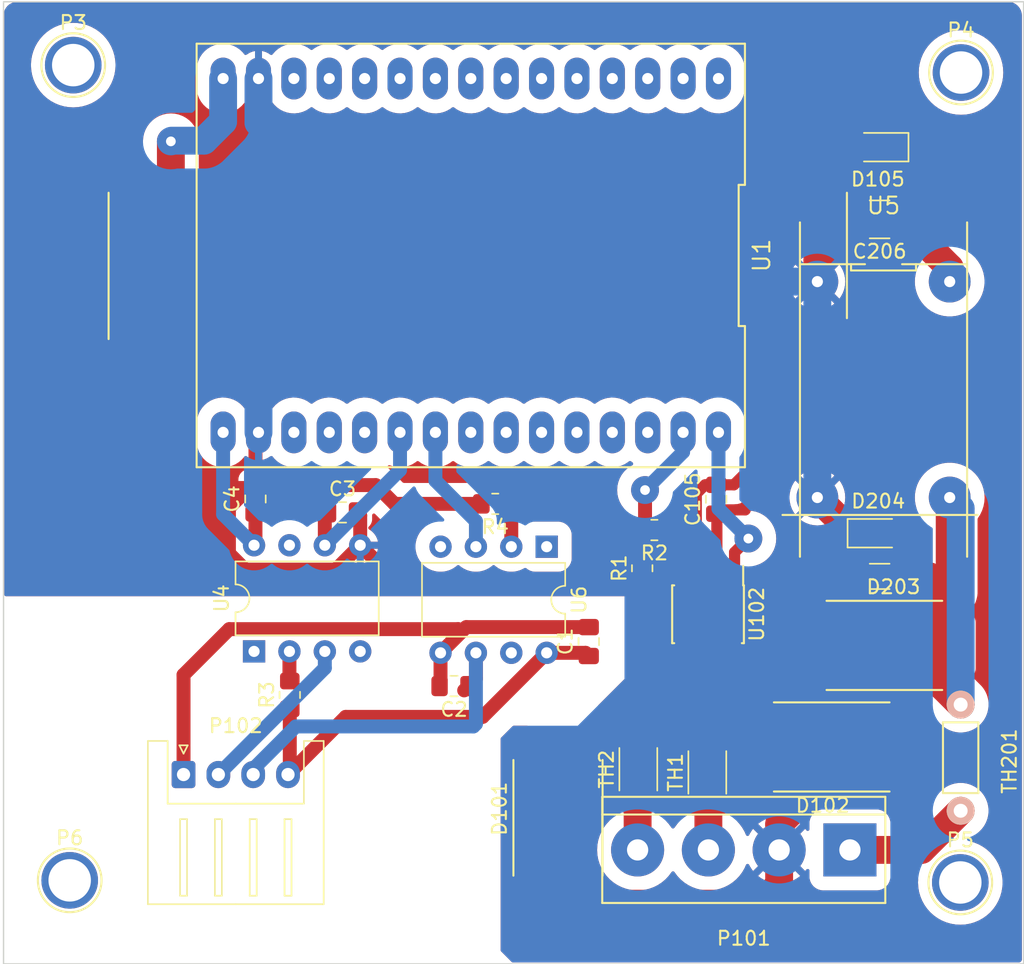
<source format=kicad_pcb>
(kicad_pcb (version 20221018) (generator pcbnew)
  (layers (0 "F.Cu" signal) (31 "B.Cu" signal) (34 "B.Paste" user) (35 "F.Paste" user) (36 "B.SilkS" user "B.Silkscreen") (37 "F.SilkS" user "F.Silkscreen") (38 "B.Mask" user) (39 "F.Mask" user) (44 "Edge.Cuts" user))
  (net 0 "")
  (net 1 "GND")
  (net 2 "5V")
  (net 3 "GND BMS")
  (net 4 "Net-(U1-3V3)")
  (net 5 "12v")
  (net 6 "CAN-RX")
  (net 7 "Net-(D203-K)")
  (net 8 "Net-(D101-K)")
  (net 9 "Net-(D102-K)")
  (net 10 "CAN-TX")
  (net 13 "RS485-RX")
  (net 15 "RS485-TX")
  (net 17 "5.8V")
  (net 18 "CAN-H")
  (net 19 "CAN-L")
  (net 20 "RX from BMS")
  (net 21 "TX to BMS")
  (net 22 "5V BMS")
  (net 46 "Net-(U4-A)")
  (net 49 "Net-(U6-A)")
  (net 51 "Net-(U102-RXD)")
  (footprint "Resistors_ThroughHole:Resistor_Horizontal_RM7mm" (layer "F.Cu") (at 150.8252 122.7428 -90)
    (fp_text reference "TH201" (at 4.05892 -3.50012 270) (layer "F.SilkS"))
    (fp_text value "500mA Thermistor")
    (fp_line (start 1.27 -1.27) (end 6.35 -1.27) (stroke (width 0.15)) (layer "F.SilkS"))
    (fp_line (start 1.27 1.27) (end 1.27 -1.27) (stroke (width 0.15)) (layer "F.SilkS"))
    (fp_line (start 6.35 -1.27) (end 6.35 1.27) (stroke (width 0.15)) (layer "F.SilkS"))
    (fp_line (start 6.35 1.27) (end 1.27 1.27) (stroke (width 0.15)) (layer "F.SilkS"))
    (pad "1" thru_hole circle (at 0 0 270) (size 1.99898 1.99898) (drill 1.00076) (layers "*.Cu" "*.SilkS" "*.Mask") (net 7 "Net-(D203-K)"))
    (pad "2" thru_hole circle (at 7.62 0 270) (size 1.99898 1.99898) (drill 1.00076) (layers "*.Cu" "*.SilkS" "*.Mask") (net 5 "12v"))
  )
  (footprint "Divers:ESP32Dev" (layer "F.Cu") (at 115.66 90.5 180)
    (fp_text reference "U1" (at -20.88 0 270) (layer "F.SilkS") (effects (font (size 1.2 1.2))))
    (fp_text value "ESP32Dev")
    (fp_line (start -27 -4.5) (end -27 4.5) (stroke (width 0.15)) (layer "F.SilkS"))
    (fp_line (start -19.68 -15.2) (end -19.68 -5.066666) (stroke (width 0.15)) (layer "F.SilkS"))
    (fp_line (start -19.68 -5.066666) (end -19.23 -5.066666) (stroke (width 0.15)) (layer "F.SilkS"))
    (fp_line (start -19.68 5.066666) (end -19.68 15.199999) (stroke (width 0.15)) (layer "F.SilkS"))
    (fp_line (start -19.68 15.199999) (end 19.68 15.2) (stroke (width 0.15)) (layer "F.SilkS"))
    (fp_line (start -19.23 -5.066666) (end -19.23 5.066666) (stroke (width 0.15)) (layer "F.SilkS"))
    (fp_line (start -19.23 5.066666) (end -19.68 5.066666) (stroke (width 0.15)) (layer "F.SilkS"))
    (fp_line (start 19.68 -15.199999) (end -19.68 -15.2) (stroke (width 0.15)) (layer "F.SilkS"))
    (fp_line (start 19.68 15.2) (end 19.68 -15.199999) (stroke (width 0.15)) (layer "F.SilkS"))
    (fp_line (start 26 -6) (end 26 4.5) (stroke (width 0.15)) (layer "F.SilkS"))
    (pad "1" thru_hole oval (at -17.78 12.7 180) (size 1.8 3) (drill 0.8) (layers "*.Cu" "*.Mask"))
    (pad "2" thru_hole oval (at -15.24 12.7 180) (size 1.8 3) (drill 0.8) (layers "*.Cu" "*.Mask"))
    (pad "3" thru_hole oval (at -12.7 12.7 180) (size 1.8 3) (drill 0.8) (layers "*.Cu" "*.Mask"))
    (pad "4" thru_hole oval (at -10.16 12.7 180) (size 1.8 3) (drill 0.8) (layers "*.Cu" "*.Mask"))
    (pad "5" thru_hole oval (at -7.62 12.7 180) (size 1.8 3) (drill 0.8) (layers "*.Cu" "*.Mask"))
    (pad "6" thru_hole oval (at -5.08 12.7 180) (size 1.8 3) (drill 0.8) (layers "*.Cu" "*.Mask"))
    (pad "7" thru_hole oval (at -2.54 12.7 180) (size 1.8 3) (drill 0.8) (layers "*.Cu" "*.Mask"))
    (pad "8" thru_hole oval (at 0 12.7 180) (size 1.8 3) (drill 0.8) (layers "*.Cu" "*.Mask"))
    (pad "9" thru_hole oval (at 2.54 12.7 180) (size 1.8 3) (drill 0.8) (layers "*.Cu" "*.Mask"))
    (pad "10" thru_hole oval (at 5.08 12.7 180) (size 1.8 3) (drill 0.8) (layers "*.Cu" "*.Mask"))
    (pad "11" thru_hole oval (at 7.62 12.7 180) (size 1.8 3) (drill 0.8) (layers "*.Cu" "*.Mask"))
    (pad "12" thru_hole oval (at 10.16 12.7 180) (size 1.8 3) (drill 0.8) (layers "*.Cu" "*.Mask"))
    (pad "13" thru_hole oval (at 12.7 12.7 180) (size 1.8 3) (drill 0.8) (layers "*.Cu" "*.Mask"))
    (pad "14" thru_hole oval (at 15.24 12.7 180) (size 1.8 3) (drill 0.8) (layers "*.Cu" "*.Mask") (net 1 "GND"))
    (pad "15" thru_hole oval (at 17.78 12.7 180) (size 1.8 3) (drill 0.8) (layers "*.Cu" "*.Mask") (net 2 "5V"))
    (pad "16" thru_hole oval (at 17.78 -12.7 180) (size 1.8 3) (drill 0.8) (layers "*.Cu" "*.Mask") (net 4 "Net-(U1-3V3)"))
    (pad "17" thru_hole oval (at 15.24 -12.7 180) (size 1.8 3) (drill 0.8) (layers "*.Cu" "*.Mask") (net 1 "GND"))
    (pad "18" thru_hole oval (at 12.7 -12.7 180) (size 1.8 3) (drill 0.8) (layers "*.Cu" "*.Mask"))
    (pad "19" thru_hole oval (at 10.16 -12.7 180) (size 1.8 3) (drill 0.8) (layers "*.Cu" "*.Mask"))
    (pad "20" thru_hole oval (at 7.62 -12.7 180) (size 1.8 3) (drill 0.8) (layers "*.Cu" "*.Mask"))
    (pad "21" thru_hole oval (at 5.08 -12.7 180) (size 1.8 3) (drill 0.8) (layers "*.Cu" "*.Mask") (net 13 "RS485-RX"))
    (pad "22" thru_hole oval (at 2.54 -12.7 180) (size 1.8 3) (drill 0.8) (layers "*.Cu" "*.Mask") (net 15 "RS485-TX"))
    (pad "23" thru_hole oval (at 0 -12.7 180) (size 1.8 3) (drill 0.8) (layers "*.Cu" "*.Mask"))
    (pad "24" thru_hole oval (at -2.54 -12.7 180) (size 1.8 3) (drill 0.8) (layers "*.Cu" "*.Mask"))
    (pad "25" thru_hole oval (at -5.08 -12.7 180) (size 1.8 3) (drill 0.8) (layers "*.Cu" "*.Mask"))
    (pad "26" thru_hole oval (at -7.62 -12.7 180) (size 1.8 3) (drill 0.8) (layers "*.Cu" "*.Mask"))
    (pad "27" thru_hole oval (at -10.16 -12.7 180) (size 1.8 3) (drill 0.8) (layers "*.Cu" "*.Mask"))
    (pad "28" thru_hole oval (at -12.7 -12.7 180) (size 1.8 3) (drill 0.8) (layers "*.Cu" "*.Mask"))
    (pad "29" thru_hole oval (at -15.24 -12.7 180) (size 1.8 3) (drill 0.8) (layers "*.Cu" "*.Mask") (net 6 "CAN-RX"))
    (pad "30" thru_hole oval (at -17.78 -12.7 180) (size 1.8 3) (drill 0.8) (layers "*.Cu" "*.Mask") (net 10 "CAN-TX"))
  )
  (footprint "Divers:DC-DC-Converter" (layer "F.Cu") (at 145.288 100.1268 -90)
    (fp_text reference "U5" (at -13.2 0) (layer "F.SilkS") (effects (font (size 1.2 1.2))))
    (fp_text value "DCDCConverter")
    (fp_line (start -12 5.999999) (end 12 6) (stroke (width 0.15)) (layer "F.SilkS"))
    (fp_line (start -9 -6) (end -9 -1.333333) (stroke (width 0.15)) (layer "F.SilkS"))
    (fp_line (start -9 -2.333333) (end -8.55 -2.333333) (stroke (width 0.15)) (layer "F.SilkS"))
    (fp_line (start -9 1.333333) (end -9 5.999999) (stroke (width 0.15)) (layer "F.SilkS"))
    (fp_line (start -8.55 -2.333333) (end -8.55 2.333333) (stroke (width 0.15)) (layer "F.SilkS"))
    (fp_line (start -8.55 2.333333) (end -9 2.333333) (stroke (width 0.15)) (layer "F.SilkS"))
    (fp_line (start 9 7.25) (end 9 -6.749999) (stroke (width 0.15)) (layer "F.SilkS"))
    (fp_line (start 12 -5.999999) (end -12 -6) (stroke (width 0.15)) (layer "F.SilkS"))
    (pad "1" thru_hole circle (at 7.75 -4.75 270) (size 3 3) (drill 0.8) (layers "*.Cu" "*.Mask") (net 7 "Net-(D203-K)"))
    (pad "2" thru_hole circle (at 7.75 4.75 270) (size 3 3) (drill 0.8) (layers "*.Cu" "*.Mask") (net 1 "GND"))
    (pad "3" thru_hole circle (at -7.75 -4.75 270) (size 3 3) (drill 0.8) (layers "*.Cu" "*.Mask") (net 17 "5.8V"))
    (pad "4" thru_hole circle (at -7.75 4.75 270) (size 3 3) (drill 0.8) (layers "*.Cu" "*.Mask") (net 1 "GND"))
  )
  (footprint "Housings_SOIC:SOIC-8_3.9x4.9mm_Pitch1.27mm" (layer "F.Cu") (at 132.6896 116.2558 -90)
    (fp_text reference "U102" (at 0 -3.5 90) (layer "F.SilkS"))
    (fp_text value "TJA1050")
    (fp_line (start -2.075 -2.575) (end -2.075 -2.525) (stroke (width 0.15)) (layer "F.SilkS"))
    (fp_line (start -2.075 -2.575) (end 2.075 -2.575) (stroke (width 0.15)) (layer "F.SilkS"))
    (fp_line (start -2.075 -2.525) (end -3.475 -2.525) (stroke (width 0.15)) (layer "F.SilkS"))
    (fp_line (start -2.075 2.575) (end -2.075 2.43) (stroke (width 0.15)) (layer "F.SilkS"))
    (fp_line (start -2.075 2.575) (end 2.075 2.575) (stroke (width 0.15)) (layer "F.SilkS"))
    (fp_line (start 2.075 -2.575) (end 2.075 -2.43) (stroke (width 0.15)) (layer "F.SilkS"))
    (fp_line (start 2.075 2.575) (end 2.075 2.43) (stroke (width 0.15)) (layer "F.SilkS"))
    (pad "1" smd rect (at -2.7 -1.905 270) (size 1.55 0.6) (layers "F.Cu" "F.Paste" "F.Mask") (net 10 "CAN-TX"))
    (pad "2" smd rect (at -2.7 -0.635 270) (size 1.55 0.6) (layers "F.Cu" "F.Paste" "F.Mask") (net 1 "GND"))
    (pad "3" smd rect (at -2.7 0.635 270) (size 1.55 0.6) (layers "F.Cu" "F.Paste" "F.Mask") (net 2 "5V"))
    (pad "4" smd rect (at -2.7 1.905 270) (size 1.55 0.6) (layers "F.Cu" "F.Paste" "F.Mask") (net 51 "Net-(U102-RXD)"))
    (pad "5" smd rect (at 2.7 1.905 270) (size 1.55 0.6) (layers "F.Cu" "F.Paste" "F.Mask"))
    (pad "6" smd rect (at 2.7 0.635 270) (size 1.55 0.6) (layers "F.Cu" "F.Paste" "F.Mask") (net 8 "Net-(D101-K)"))
    (pad "7" smd rect (at 2.7 -0.635 270) (size 1.55 0.6) (layers "F.Cu" "F.Paste" "F.Mask") (net 9 "Net-(D102-K)"))
    (pad "8" smd rect (at 2.7 -1.905 270) (size 1.55 0.6) (layers "F.Cu" "F.Paste" "F.Mask") (net 1 "GND"))
  )
  (footprint "Connect:1pin" (layer "F.Cu") (at 87.122 76.835)
    (fp_text reference "P3" (at 0 -3.048) (layer "F.SilkS"))
    (fp_text value "CONN_1")
    (fp_circle (center 0 0) (end 0 -2.286) (stroke (width 0.15)) (fill none) (layer "F.SilkS"))
    (pad "1" thru_hole circle (at 0 0) (size 4.064 4.064) (drill 3.048) (layers "*.Cu" "*.Mask"))
  )
  (footprint "Connect:1pin" (layer "F.Cu") (at 150.8506 77.3684)
    (fp_text reference "P4" (at 0 -3.048) (layer "F.SilkS"))
    (fp_text value "CONN_1")
    (fp_circle (center 0 0) (end 0 -2.286) (stroke (width 0.15)) (fill none) (layer "F.SilkS"))
    (pad "1" thru_hole circle (at 0 0) (size 4.064 4.064) (drill 3.048) (layers "*.Cu" "*.Mask"))
  )
  (footprint "Connect:1pin" (layer "F.Cu") (at 150.7998 135.509)
    (fp_text reference "P5" (at 0 -3.048) (layer "F.SilkS"))
    (fp_text value "CONN_1")
    (fp_circle (center 0 0) (end 0 -2.286) (stroke (width 0.15)) (fill none) (layer "F.SilkS"))
    (pad "1" thru_hole circle (at 0 0) (size 4.064 4.064) (drill 3.048) (layers "*.Cu" "*.Mask"))
  )
  (footprint "Connect:1pin" (layer "F.Cu") (at 86.868 135.3566)
    (fp_text reference "P6" (at 0 -3.048) (layer "F.SilkS"))
    (fp_text value "CONN_1")
    (fp_circle (center 0 0) (end 0 -2.286) (stroke (width 0.15)) (fill none) (layer "F.SilkS"))
    (pad "1" thru_hole circle (at 0 0) (size 4.064 4.064) (drill 3.048) (layers "*.Cu" "*.Mask"))
  )
  (footprint "Capacitor_SMD:C_0805_2012Metric_Pad1.18x1.45mm_HandSolder" (layer "F.Cu") (at 133.2738 108.0008 90)
    (fp_text reference "C105" (at 0 -1.68 90) (layer "F.SilkS"))
    (fp_text value "100nF")
    (fp_line (start -0.261252 -0.735) (end 0.261252 -0.735) (stroke (width 0.12)) (layer "F.SilkS"))
    (fp_line (start -0.261252 0.735) (end 0.261252 0.735) (stroke (width 0.12)) (layer "F.SilkS"))
    (pad "1" smd roundrect (at -1.0375 0 90) (size 1.175 1.45) (layers "F.Cu" "F.Paste" "F.Mask") (roundrect_rratio 0.212766) (net 1 "GND"))
    (pad "2" smd roundrect (at 1.0375 0 90) (size 1.175 1.45) (layers "F.Cu" "F.Paste" "F.Mask") (roundrect_rratio 0.212766) (net 2 "5V"))
  )
  (footprint "Capacitor_SMD:C_1206_3216Metric_Pad1.33x1.80mm_HandSolder" (layer "F.Cu") (at 145.0086 113.538 180)
    (fp_text reference "C205" hide)
    (fp_text value "100uF")
    (fp_line (start -0.711252 -0.91) (end 0.711252 -0.91) (stroke (width 0.12)) (layer "F.SilkS"))
    (fp_line (start -0.711252 0.91) (end 0.711252 0.91) (stroke (width 0.12)) (layer "F.SilkS"))
    (pad "1" smd roundrect (at -1.5625 0 180) (size 1.325 1.8) (layers "F.Cu" "F.Paste" "F.Mask") (roundrect_rratio 0.188679) (net 7 "Net-(D203-K)"))
    (pad "2" smd roundrect (at 1.5625 0 180) (size 1.325 1.8) (layers "F.Cu" "F.Paste" "F.Mask") (roundrect_rratio 0.188679) (net 1 "GND"))
  )
  (footprint "Capacitor_SMD:C_1210_3225Metric_Pad1.33x2.70mm_HandSolder" (layer "F.Cu") (at 145.0086 87.9094 180)
    (fp_text reference "C206" (at 0 -2.3 180) (layer "F.SilkS"))
    (fp_text value "1uF")
    (fp_line (start -0.711252 -1.36) (end 0.711252 -1.36) (stroke (width 0.12)) (layer "F.SilkS"))
    (fp_line (start -0.711252 1.36) (end 0.711252 1.36) (stroke (width 0.12)) (layer "F.SilkS"))
    (pad "1" smd roundrect (at -1.5625 0 180) (size 1.325 2.7) (layers "F.Cu" "F.Paste" "F.Mask") (roundrect_rratio 0.188679) (net 17 "5.8V"))
    (pad "2" smd roundrect (at 1.5625 0 180) (size 1.325 2.7) (layers "F.Cu" "F.Paste" "F.Mask") (roundrect_rratio 0.188679) (net 1 "GND"))
  )
  (footprint "Diodes_SMD:DO-214AB" (layer "F.Cu") (at 121.92 130.219 90)
    (fp_text reference "D101" (at 0 -4.2 90) (layer "F.SilkS"))
    (fp_text value "SMBJ30CA-TR TSV" hide)
    (fp_line (start -4.8 -3.2) (end 3.5 -3.2) (stroke (width 0.15)) (layer "F.SilkS"))
    (fp_line (start 3.5 3.2) (end -4.8 3.2) (stroke (width 0.15)) (layer "F.SilkS"))
    (pad "1" smd rect (at -3.6 0 90) (size 2.6 3.2) (layers "F.Cu" "F.Paste" "F.Mask") (net 1 "GND"))
    (pad "2" smd rect (at 3.6 0 90) (size 2.6 3.2) (layers "F.Cu" "F.Paste" "F.Mask") (net 8 "Net-(D101-K)"))
  )
  (footprint "Diodes_SMD:DO-214AB" (layer "F.Cu") (at 140.9192 125.7808 180)
    (fp_text reference "D102" (at 0 -4.2) (layer "F.SilkS"))
    (fp_text value "SMBJ30CA-TR TSV")
    (fp_line (start -4.8 -3.2) (end 3.5 -3.2) (stroke (width 0.15)) (layer "F.SilkS"))
    (fp_line (start 3.5 3.2) (end -4.8 3.2) (stroke (width 0.15)) (layer "F.SilkS"))
    (pad "1" smd rect (at -3.6 0 180) (size 2.6 3.2) (layers "F.Cu" "F.Paste" "F.Mask") (net 1 "GND"))
    (pad "2" smd rect (at 3.6 0 180) (size 2.6 3.2) (layers "F.Cu" "F.Paste" "F.Mask") (net 9 "Net-(D102-K)"))
  )
  (footprint "Diodes_SMD:DO-214AB" (layer "F.Cu") (at 145.9992 118.491)
    (fp_text reference "D203" (at 0 -4.2) (layer "F.SilkS"))
    (fp_text value "SMBJ30CA-TR TSV")
    (fp_line (start -4.8 -3.2) (end 3.5 -3.2) (stroke (width 0.15)) (layer "F.SilkS"))
    (fp_line (start 3.5 3.2) (end -4.8 3.2) (stroke (width 0.15)) (layer "F.SilkS"))
    (pad "1" smd rect (at -3.6 0) (size 2.6 3.2) (layers "F.Cu" "F.Paste" "F.Mask") (net 1 "GND"))
    (pad "2" smd rect (at 3.6 0) (size 2.6 3.2) (layers "F.Cu" "F.Paste" "F.Mask") (net 7 "Net-(D203-K)"))
  )
  (footprint "Diodes_SMD:D_1206" (layer "F.Cu") (at 144.8802 82.7278 180)
    (fp_text reference "D105" (at 0 -2.3) (layer "F.SilkS"))
    (fp_text value "1N5819")
    (fp_line (start -2.2 -1.016) (end -2.2 1.016) (stroke (width 0.12)) (layer "F.SilkS"))
    (fp_line (start -2.2 1.025) (end 1 1.025) (stroke (width 0.12)) (layer "F.SilkS"))
    (fp_line (start 1 -1.025) (end -2.2 -1.025) (stroke (width 0.12)) (layer "F.SilkS"))
    (pad "1" smd rect (at -1.5 0 180) (size 1 1.6) (layers "F.Cu" "F.Paste" "F.Mask") (net 17 "5.8V"))
    (pad "2" smd rect (at 1.5 0 180) (size 1 1.6) (layers "F.Cu" "F.Paste" "F.Mask") (net 2 "5V"))
  )
  (footprint "Diodes_SMD:D_1206" (layer "F.Cu") (at 144.907 110.4392)
    (fp_text reference "D204" (at 0 -2.3) (layer "F.SilkS"))
    (fp_text value "1N5819")
    (fp_line (start -2.2 -1.016) (end -2.2 1.016) (stroke (width 0.12)) (layer "F.SilkS"))
    (fp_line (start -2.2 1.025) (end 1 1.025) (stroke (width 0.12)) (layer "F.SilkS"))
    (fp_line (start 1 -1.025) (end -2.2 -1.025) (stroke (width 0.12)) (layer "F.SilkS"))
    (pad "1" smd rect (at -1.5 0) (size 1 1.6) (layers "F.Cu" "F.Paste" "F.Mask") (net 1 "GND"))
    (pad "2" smd rect (at 1.5 0) (size 1 1.6) (layers "F.Cu" "F.Paste" "F.Mask") (net 7 "Net-(D203-K)"))
  )
  (footprint "Resistor_SMD:R_2010_5025Metric_Pad1.40x2.65mm_HandSolder" (layer "F.Cu") (at 132.6388 127.6096 90)
    (fp_text reference "TH1" (at 0 -2.28 -270) (layer "F.SilkS"))
    (fp_text value "Thermistor")
    (fp_line (start -1.527064 -1.36) (end 1.527064 -1.36) (stroke (width 0.12)) (layer "F.SilkS"))
    (fp_line (start -1.527064 1.36) (end 1.527064 1.36) (stroke (width 0.12)) (layer "F.SilkS"))
    (pad "1" smd roundrect (at -2.4 0 90) (size 1.4 2.65) (layers "F.Cu" "F.Paste" "F.Mask") (roundrect_rratio 0.178571) (net 18 "CAN-H"))
    (pad "2" smd roundrect (at 2.4 0 90) (size 1.4 2.65) (layers "F.Cu" "F.Paste" "F.Mask") (roundrect_rratio 0.178571) (net 9 "Net-(D102-K)"))
  )
  (footprint "Resistor_SMD:R_2010_5025Metric_Pad1.40x2.65mm_HandSolder" (layer "F.Cu") (at 127.6858 127.381 90)
    (fp_text reference "TH2" (at 0 -2.28 90) (layer "F.SilkS"))
    (fp_text value "Thermistor")
    (fp_line (start -1.527064 -1.36) (end 1.527064 -1.36) (stroke (width 0.12)) (layer "F.SilkS"))
    (fp_line (start -1.527064 1.36) (end 1.527064 1.36) (stroke (width 0.12)) (layer "F.SilkS"))
    (pad "1" smd roundrect (at -2.4 0 90) (size 1.4 2.65) (layers "F.Cu" "F.Paste" "F.Mask") (roundrect_rratio 0.178571) (net 19 "CAN-L"))
    (pad "2" smd roundrect (at 2.4 0 90) (size 1.4 2.65) (layers "F.Cu" "F.Paste" "F.Mask") (roundrect_rratio 0.178571) (net 8 "Net-(D101-K)"))
  )
  (footprint "Connect:bornier4" (layer "F.Cu") (at 135.255 133.1722 180)
    (fp_text reference "P101" (at 0 -6.35) (layer "F.SilkS"))
    (fp_text value "CAN")
    (fp_line (start -10.16 -3.81) (end -10.16 3.81) (stroke (width 0.15)) (layer "F.SilkS"))
    (fp_line (start -10.16 -3.81) (end 10.16 -3.81) (stroke (width 0.15)) (layer "F.SilkS"))
    (fp_line (start -10.16 3.81) (end 10.16 3.81) (stroke (width 0.15)) (layer "F.SilkS"))
    (fp_line (start 10.16 2.54) (end -10.16 2.54) (stroke (width 0.15)) (layer "F.SilkS"))
    (fp_line (start 10.16 3.81) (end 10.16 -3.81) (stroke (width 0.15)) (layer "F.SilkS"))
    (pad "1" thru_hole rect (at -7.62 0 180) (size 3.81 3.81) (drill 1.524) (layers "*.Cu" "*.Mask") (net 5 "12v"))
    (pad "2" thru_hole circle (at -2.54 0 180) (size 3.81 3.81) (drill 1.524) (layers "*.Cu" "*.Mask") (net 1 "GND"))
    (pad "3" thru_hole circle (at 2.54 0 180) (size 3.81 3.81) (drill 1.524) (layers "*.Cu" "*.Mask") (net 18 "CAN-H"))
    (pad "4" thru_hole circle (at 7.62 0 180) (size 3.81 3.81) (drill 1.524) (layers "*.Cu" "*.Mask") (net 19 "CAN-L"))
  )
  (footprint "Connector_JST:JST_XH_S4B-XH-A_1x04_P2.50mm_Horizontal" (layer "F.Cu") (at 95.0398 127.762)
    (fp_text reference "P102" (at 3.75 -3.5) (layer "F.SilkS"))
    (fp_text value "RS485")
    (fp_line (start -2.56 -2.41) (end -1.14 -2.41) (stroke (width 0.12)) (layer "F.SilkS"))
    (fp_line (start -2.56 9.31) (end -2.56 -2.41) (stroke (width 0.12)) (layer "F.SilkS"))
    (fp_line (start -1.14 -2.41) (end -1.14 2.09) (stroke (width 0.12)) (layer "F.SilkS"))
    (fp_line (start -1.14 2.09) (end 3.75 2.09) (stroke (width 0.12)) (layer "F.SilkS"))
    (fp_line (start -0.3 -2.1) (end 0.3 -2.1) (stroke (width 0.12)) (layer "F.SilkS"))
    (fp_line (start -0.25 3.2) (end -0.25 8.7) (stroke (width 0.12)) (layer "F.SilkS"))
    (fp_line (start -0.25 8.7) (end 0.25 8.7) (stroke (width 0.12)) (layer "F.SilkS"))
    (fp_line (start 0 -1.5) (end -0.3 -2.1) (stroke (width 0.12)) (layer "F.SilkS"))
    (fp_line (start 0.25 3.2) (end -0.25 3.2) (stroke (width 0.12)) (layer "F.SilkS"))
    (fp_line (start 0.25 8.7) (end 0.25 3.2) (stroke (width 0.12)) (layer "F.SilkS"))
    (fp_line (start 0.3 -2.1) (end 0 -1.5) (stroke (width 0.12)) (layer "F.SilkS"))
    (fp_line (start 2.25 3.2) (end 2.25 8.7) (stroke (width 0.12)) (layer "F.SilkS"))
    (fp_line (start 2.25 8.7) (end 2.75 8.7) (stroke (width 0.12)) (layer "F.SilkS"))
    (fp_line (start 2.75 3.2) (end 2.25 3.2) (stroke (width 0.12)) (layer "F.SilkS"))
    (fp_line (start 2.75 8.7) (end 2.75 3.2) (stroke (width 0.12)) (layer "F.SilkS"))
    (fp_line (start 3.75 9.31) (end -2.56 9.31) (stroke (width 0.12)) (layer "F.SilkS"))
    (fp_line (start 3.75 9.31) (end 10.06 9.31) (stroke (width 0.12)) (layer "F.SilkS"))
    (fp_line (start 4.75 3.2) (end 4.75 8.7) (stroke (width 0.12)) (layer "F.SilkS"))
    (fp_line (start 4.75 8.7) (end 5.25 8.7) (stroke (width 0.12)) (layer "F.SilkS"))
    (fp_line (start 5.25 3.2) (end 4.75 3.2) (stroke (width 0.12)) (layer "F.SilkS"))
    (fp_line (start 5.25 8.7) (end 5.25 3.2) (stroke (width 0.12)) (layer "F.SilkS"))
    (fp_line (start 7.25 3.2) (end 7.25 8.7) (stroke (width 0.12)) (layer "F.SilkS"))
    (fp_line (start 7.25 8.7) (end 7.75 8.7) (stroke (width 0.12)) (layer "F.SilkS"))
    (fp_line (start 7.75 3.2) (end 7.25 3.2) (stroke (width 0.12)) (layer "F.SilkS"))
    (fp_line (start 7.75 8.7) (end 7.75 3.2) (stroke (width 0.12)) (layer "F.SilkS"))
    (fp_line (start 8.64 -2.41) (end 8.64 2.09) (stroke (width 0.12)) (layer "F.SilkS"))
    (fp_line (start 8.64 2.09) (end 3.75 2.09) (stroke (width 0.12)) (layer "F.SilkS"))
    (fp_line (start 10.06 -2.41) (end 8.64 -2.41) (stroke (width 0.12)) (layer "F.SilkS"))
    (fp_line (start 10.06 9.31) (end 10.06 -2.41) (stroke (width 0.12)) (layer "F.SilkS"))
    (pad "1" thru_hole roundrect (at 0 0) (size 1.7 1.95) (drill 0.95) (layers "*.Cu" "*.Mask") (roundrect_rratio 0.147059) (net 3 "GND BMS"))
    (pad "2" thru_hole oval (at 2.5 0) (size 1.7 1.95) (drill 0.95) (layers "*.Cu" "*.Mask") (net 20 "RX from BMS"))
    (pad "3" thru_hole oval (at 5 0) (size 1.7 1.95) (drill 0.95) (layers "*.Cu" "*.Mask") (net 21 "TX to BMS"))
    (pad "4" thru_hole oval (at 7.5 0) (size 1.7 1.95) (drill 0.95) (layers "*.Cu" "*.Mask") (net 22 "5V BMS"))
  )
  (footprint "Resistor_SMD:R_0805_2012Metric_Pad1.20x1.40mm_HandSolder" (layer "F.Cu") (at 117.4148 108.331 180)
    (fp_text reference "R4" (at 0 -1.65) (layer "F.SilkS"))
    (fp_text value "3K3")
    (fp_line (start -0.227064 -0.735) (end 0.227064 -0.735) (stroke (width 0.12)) (layer "F.SilkS"))
    (fp_line (start -0.227064 0.735) (end 0.227064 0.735) (stroke (width 0.12)) (layer "F.SilkS"))
    (pad "1" smd roundrect (at -1 0 180) (size 1.2 1.4) (layers "F.Cu" "F.Paste" "F.Mask") (roundrect_rratio 0.208333) (net 49 "Net-(U6-A)"))
    (pad "2" smd roundrect (at 1 0 180) (size 1.2 1.4) (layers "F.Cu" "F.Paste" "F.Mask") (roundrect_rratio 0.208333) (net 4 "Net-(U1-3V3)"))
  )
  (footprint "Resistor_SMD:R_0805_2012Metric_Pad1.20x1.40mm_HandSolder" (layer "F.Cu") (at 128.8382 110.2106 180)
    (fp_text reference "R2" (at 0 -1.65) (layer "F.SilkS"))
    (fp_text value "2.2K")
    (fp_line (start -0.227064 -0.735) (end 0.227064 -0.735) (stroke (width 0.12)) (layer "F.SilkS"))
    (fp_line (start -0.227064 0.735) (end 0.227064 0.735) (stroke (width 0.12)) (layer "F.SilkS"))
    (pad "1" smd roundrect (at -1 0 180) (size 1.2 1.4) (layers "F.Cu" "F.Paste" "F.Mask") (roundrect_rratio 0.208333) (net 51 "Net-(U102-RXD)"))
    (pad "2" smd roundrect (at 1 0 180) (size 1.2 1.4) (layers "F.Cu" "F.Paste" "F.Mask") (roundrect_rratio 0.208333) (net 6 "CAN-RX"))
  )
  (footprint "Package_DIP:DIP-8_W7.62mm" (layer "F.Cu") (at 100.1014 118.9228 90)
    (fp_text reference "U4" (at 3.81 -2.33 90) (layer "F.SilkS"))
    (fp_text value "6N137")
    (fp_line (start 1.16 -1.33) (end 1.16 8.95) (stroke (width 0.12)) (layer "F.SilkS"))
    (fp_line (start 1.16 8.95) (end 6.46 8.95) (stroke (width 0.12)) (layer "F.SilkS"))
    (fp_line (start 2.81 -1.33) (end 1.16 -1.33) (stroke (width 0.12)) (layer "F.SilkS"))
    (fp_line (start 6.46 -1.33) (end 4.81 -1.33) (stroke (width 0.12)) (layer "F.SilkS"))
    (fp_line (start 6.46 8.95) (end 6.46 -1.33) (stroke (width 0.12)) (layer "F.SilkS"))
    (fp_arc (start 4.81 -1.33) (mid 3.81 -0.33) (end 2.81 -1.33) (stroke (width 0.12)) (layer "F.SilkS"))
    (pad "1" thru_hole rect (at 0 0 90) (size 1.6 1.6) (drill 0.8) (layers "*.Cu" "*.Mask"))
    (pad "2" thru_hole oval (at 0 2.54 90) (size 1.6 1.6) (drill 0.8) (layers "*.Cu" "*.Mask") (net 46 "Net-(U4-A)"))
    (pad "3" thru_hole oval (at 0 5.08 90) (size 1.6 1.6) (drill 0.8) (layers "*.Cu" "*.Mask") (net 20 "RX from BMS"))
    (pad "4" thru_hole oval (at 0 7.62 90) (size 1.6 1.6) (drill 0.8) (layers "*.Cu" "*.Mask"))
    (pad "5" thru_hole oval (at 7.62 7.62 90) (size 1.6 1.6) (drill 0.8) (layers "*.Cu" "*.Mask") (net 1 "GND"))
    (pad "6" thru_hole oval (at 7.62 5.08 90) (size 1.6 1.6) (drill 0.8) (layers "*.Cu" "*.Mask") (net 13 "RS485-RX"))
    (pad "7" thru_hole oval (at 7.62 2.54 90) (size 1.6 1.6) (drill 0.8) (layers "*.Cu" "*.Mask"))
    (pad "8" thru_hole oval (at 7.62 0 90) (size 1.6 1.6) (drill 0.8) (layers "*.Cu" "*.Mask") (net 4 "Net-(U1-3V3)"))
  )
  (footprint "Package_DIP:DIP-8_W7.62mm" (layer "F.Cu") (at 121.1072 111.4044 -90)
    (fp_text reference "U6" (at 3.81 -2.33 90) (layer "F.SilkS"))
    (fp_text value "6N137")
    (fp_line (start 1.16 -1.33) (end 1.16 8.95) (stroke (width 0.12)) (layer "F.SilkS"))
    (fp_line (start 1.16 8.95) (end 6.46 8.95) (stroke (width 0.12)) (layer "F.SilkS"))
    (fp_line (start 2.81 -1.33) (end 1.16 -1.33) (stroke (width 0.12)) (layer "F.SilkS"))
    (fp_line (start 6.46 -1.33) (end 4.81 -1.33) (stroke (width 0.12)) (layer "F.SilkS"))
    (fp_line (start 6.46 8.95) (end 6.46 -1.33) (stroke (width 0.12)) (layer "F.SilkS"))
    (fp_arc (start 4.81 -1.33) (mid 3.81 -0.33) (end 2.81 -1.33) (stroke (width 0.12)) (layer "F.SilkS"))
    (pad "1" thru_hole rect (at 0 0 270) (size 1.6 1.6) (drill 0.8) (layers "*.Cu" "*.Mask"))
    (pad "2" thru_hole oval (at 0 2.54 270) (size 1.6 1.6) (drill 0.8) (layers "*.Cu" "*.Mask") (net 49 "Net-(U6-A)"))
    (pad "3" thru_hole oval (at 0 5.08 270) (size 1.6 1.6) (drill 0.8) (layers "*.Cu" "*.Mask") (net 15 "RS485-TX"))
    (pad "4" thru_hole oval (at 0 7.62 270) (size 1.6 1.6) (drill 0.8) (layers "*.Cu" "*.Mask"))
    (pad "5" thru_hole oval (at 7.62 7.62 270) (size 1.6 1.6) (drill 0.8) (layers "*.Cu" "*.Mask") (net 3 "GND BMS"))
    (pad "6" thru_hole oval (at 7.62 5.08 270) (size 1.6 1.6) (drill 0.8) (layers "*.Cu" "*.Mask") (net 21 "TX to BMS"))
    (pad "7" thru_hole oval (at 7.62 2.54 270) (size 1.6 1.6) (drill 0.8) (layers "*.Cu" "*.Mask"))
    (pad "8" thru_hole oval (at 7.62 0 270) (size 1.6 1.6) (drill 0.8) (layers "*.Cu" "*.Mask") (net 22 "5V BMS"))
  )
  (footprint "Resistor_SMD:R_0805_2012Metric_Pad1.20x1.40mm_HandSolder" (layer "F.Cu") (at 102.6668 122.047 90)
    (fp_text reference "R3" (at 0 -1.65 90) (layer "F.SilkS"))
    (fp_text value "4K7")
    (fp_line (start -0.227064 -0.735) (end 0.227064 -0.735) (stroke (width 0.12)) (layer "F.SilkS"))
    (fp_line (start -0.227064 0.735) (end 0.227064 0.735) (stroke (width 0.12)) (layer "F.SilkS"))
    (pad "1" smd roundrect (at -1 0 90) (size 1.2 1.4) (layers "F.Cu" "F.Paste" "F.Mask") (roundrect_rratio 0.208333) (net 22 "5V BMS"))
    (pad "2" smd roundrect (at 1 0 90) (size 1.2 1.4) (layers "F.Cu" "F.Paste" "F.Mask") (roundrect_rratio 0.208333) (net 46 "Net-(U4-A)"))
  )
  (footprint "Capacitor_SMD:C_0805_2012Metric_Pad1.18x1.45mm_HandSolder" (layer "F.Cu") (at 124.1298 118.2155 90)
    (fp_text reference "C1" (at 0 -1.68 90) (layer "F.SilkS"))
    (fp_text value "100nF")
    (fp_line (start -0.261252 -0.735) (end 0.261252 -0.735) (stroke (width 0.12)) (layer "F.SilkS"))
    (fp_line (start -0.261252 0.735) (end 0.261252 0.735) (stroke (width 0.12)) (layer "F.SilkS"))
    (pad "1" smd roundrect (at -1.0375 0 90) (size 1.175 1.45) (layers "F.Cu" "F.Paste" "F.Mask") (roundrect_rratio 0.212766) (net 22 "5V BMS"))
    (pad "2" smd roundrect (at 1.0375 0 90) (size 1.175 1.45) (layers "F.Cu" "F.Paste" "F.Mask") (roundrect_rratio 0.212766) (net 3 "GND BMS"))
  )
  (footprint "Capacitor_SMD:C_0805_2012Metric_Pad1.18x1.45mm_HandSolder" (layer "F.Cu") (at 106.4514 108.9406)
    (fp_text reference "C3" (at 0 -1.68) (layer "F.SilkS"))
    (fp_text value "15pF")
    (fp_line (start -0.261252 -0.735) (end 0.261252 -0.735) (stroke (width 0.12)) (layer "F.SilkS"))
    (fp_line (start -0.261252 0.735) (end 0.261252 0.735) (stroke (width 0.12)) (layer "F.SilkS"))
    (pad "1" smd roundrect (at -1.0375 0) (size 1.175 1.45) (layers "F.Cu" "F.Paste" "F.Mask") (roundrect_rratio 0.212766) (net 13 "RS485-RX"))
    (pad "2" smd roundrect (at 1.0375 0) (size 1.175 1.45) (layers "F.Cu" "F.Paste" "F.Mask") (roundrect_rratio 0.212766) (net 1 "GND"))
  )
  (footprint "Capacitor_SMD:C_0805_2012Metric_Pad1.18x1.45mm_HandSolder" (layer "F.Cu") (at 100.203 107.9793 90)
    (fp_text reference "C4" (at 0 -1.68 90) (layer "F.SilkS"))
    (fp_text value "100nF")
    (fp_line (start -0.261252 -0.735) (end 0.261252 -0.735) (stroke (width 0.12)) (layer "F.SilkS"))
    (fp_line (start -0.261252 0.735) (end 0.261252 0.735) (stroke (width 0.12)) (layer "F.SilkS"))
    (pad "1" smd roundrect (at -1.0375 0 90) (size 1.175 1.45) (layers "F.Cu" "F.Paste" "F.Mask") (roundrect_rratio 0.212766) (net 4 "Net-(U1-3V3)"))
    (pad "2" smd roundrect (at 1.0375 0 90) (size 1.175 1.45) (layers "F.Cu" "F.Paste" "F.Mask") (roundrect_rratio 0.212766) (net 1 "GND"))
  )
  (footprint "Resistor_SMD:R_0805_2012Metric_Pad1.20x1.40mm_HandSolder" (layer "F.Cu") (at 127.9652 112.9538 90)
    (fp_text reference "R1" (at 0 -1.65 90) (layer "F.SilkS"))
    (fp_text value "3.3K")
    (fp_line (start -0.227064 -0.735) (end 0.227064 -0.735) (stroke (width 0.12)) (layer "F.SilkS"))
    (fp_line (start -0.227064 0.735) (end 0.227064 0.735) (stroke (width 0.12)) (layer "F.SilkS"))
    (pad "1" smd roundrect (at -1 0 90) (size 1.2 1.4) (layers "F.Cu" "F.Paste" "F.Mask") (roundrect_rratio 0.208333) (net 1 "GND"))
    (pad "2" smd roundrect (at 1 0 90) (size 1.2 1.4) (layers "F.Cu" "F.Paste" "F.Mask") (roundrect_rratio 0.208333) (net 6 "CAN-RX"))
  )
  (footprint "Capacitor_SMD:C_0805_2012Metric_Pad1.18x1.45mm_HandSolder" (layer "F.Cu") (at 114.4563 121.412 180)
    (fp_text reference "C2" (at 0 -1.68) (layer "F.SilkS"))
    (fp_text value "15pF")
    (fp_line (start -0.261252 -0.735) (end 0.261252 -0.735) (stroke (width 0.12)) (layer "F.SilkS"))
    (fp_line (start -0.261252 0.735) (end 0.261252 0.735) (stroke (width 0.12)) (layer "F.SilkS"))
    (pad "1" smd roundrect (at -1.0375 0 180) (size 1.175 1.45) (layers "F.Cu" "F.Paste" "F.Mask") (roundrect_rratio 0.212766) (net 21 "TX to BMS"))
    (pad "2" smd roundrect (at 1.0375 0 180) (size 1.175 1.45) (layers "F.Cu" "F.Paste" "F.Mask") (roundrect_rratio 0.212766) (net 3 "GND BMS"))
  )
  (gr_rect (start 82.1182 72.2884) (end 155.3464 141.351) (stroke (width 0.1)) (fill none) (layer "Edge.Cuts"))
  (segment (start 98.298 111.887) (end 99.4664 113.0554) (width 1) (layer "F.Cu") (net 1))
  (segment (start 105.9688 113.0554) (end 107.7214 111.3028) (width 1) (layer "F.Cu") (net 1))
  (segment (start 133.3246 113.5558) (end 133.3246 109.0891) (width 0.8) (layer "F.Cu") (net 1))
  (segment (start 144.4244 128.8796) (end 144.4244 125.8756) (width 2) (layer "F.Cu") (net 1))
  (segment (start 143.4461 110.4783) (end 143.407 110.4392) (width 2) (layer "F.Cu") (net 1))
  (segment (start 127.9652 114.2492) (end 129.794 116.078) (width 1) (layer "F.Cu") (net 1))
  (segment (start 135.3566 108.7628) (end 135.3566 108.5342) (width 0.8) (layer "F.Cu") (net 1))
  (segment (start 143.4461 117.4441) (end 142.3992 118.491) (width 2) (layer "F.Cu") (net 1))
  (segment (start 99.980576 106.9418) (end 98.298 108.624376) (width 1) (layer "F.Cu") (net 1))
  (segment (start 107.7214 111.3028) (end 107.7214 109.1731) (width 1) (layer "F.Cu") (net 1))
  (segment (start 144.4244 125.8756) (end 144.5192 125.7808) (width 2) (layer "F.Cu") (net 1))
  (segment (start 140.2334 128.8796) (end 144.4244 128.8796) (width 2) (layer "F.Cu") (net 1))
  (segment (start 133.3246 115.2398) (end 134.5946 116.5098) (width 0.8) (layer "F.Cu") (net 1))
  (segment (start 127.9652 113.9538) (end 127.9652 114.2492) (width 1) (layer "F.Cu") (net 1))
  (segment (start 137.795 135.6868) (end 136.4488 137.033) (width 2) (layer "F.Cu") (net 1))
  (segment (start 143.1004 110.4392) (end 140.538 107.8768) (width 2) (layer "F.Cu") (net 1))
  (segment (start 100.203 103.417) (end 100.42 103.2) (width 1) (layer "F.Cu") (net 1))
  (segment (start 133.3246 113.5558) (end 133.3246 115.2398) (width 0.8) (layer "F.Cu") (net 1))
  (segment (start 127.9652 113.9538) (end 110.3724 113.9538) (width 1) (layer "F.Cu") (net 1))
  (segment (start 143.4461 113.538) (end 143.4461 110.4783) (width 2) (layer "F.Cu") (net 1))
  (segment (start 133.3246 109.0891) (end 133.2738 109.0383) (width 0.8) (layer "F.Cu") (net 1))
  (segment (start 142.3992 123.6608) (end 144.5192 125.7808) (width 2) (layer "F.Cu") (net 1))
  (segment (start 142.3992 118.491) (end 142.3992 123.6608) (width 2) (layer "F.Cu") (net 1))
  (segment (start 110.3724 113.9538) (end 107.7214 111.3028) (width 1) (layer "F.Cu") (net 1))
  (segment (start 125.134 137.033) (end 121.92 133.819) (width 2) (layer "F.Cu") (net 1))
  (segment (start 137.795 133.1722) (end 137.795 131.318) (width 2) (layer "F.Cu") (net 1))
  (segment (start 107.7214 109.1731) (end 107.4889 108.9406) (width 1) (layer "F.Cu") (net 1))
  (segment (start 140.538 92.3768) (end 140.538 90.8175) (width 2) (layer "F.Cu") (net 1))
  (segment (start 129.794 116.078) (end 132.4864 116.078) (width 1) (layer "F.Cu") (net 1))
  (segment (start 100.203 106.9418) (end 99.980576 106.9418) (width 1) (layer "F.Cu") (net 1))
  (segment (start 140.538 90.8175) (end 143.4461 87.9094) (width 2) (layer "F.Cu") (net 1))
  (segment (start 137.795 133.1722) (end 137.795 135.6868) (width 2) (layer "F.Cu") (net 1))
  (segment (start 133.2738 109.0383) (end 133.5493 108.7628) (width 0.8) (layer "F.Cu") (net 1))
  (segment (start 132.4864 116.078) (end 133.3246 115.2398) (width 1) (layer "F.Cu") (net 1))
  (segment (start 137.795 131.318) (end 140.2334 128.8796) (width 2) (layer "F.Cu") (net 1))
  (segment (start 98.298 108.624376) (end 98.298 111.887) (width 1) (layer "F.Cu") (net 1))
  (segment (start 136.4488 137.033) (end 125.134 137.033) (width 2) (layer "F.Cu") (net 1))
  (segment (start 100.203 106.9418) (end 100.203 103.417) (width 1) (layer "F.Cu") (net 1))
  (segment (start 143.407 110.4392) (end 143.1004 110.4392) (width 2) (layer "F.Cu") (net 1))
  (segment (start 134.5946 116.5098) (end 134.5946 118.9558) (width 0.8) (layer "F.Cu") (net 1))
  (segment (start 143.4461 113.538) (end 143.4461 117.4441) (width 2) (layer "F.Cu") (net 1))
  (segment (start 133.5493 108.7628) (end 135.3566 108.7628) (width 0.8) (layer "F.Cu") (net 1))
  (segment (start 99.4664 113.0554) (end 105.9688 113.0554) (width 1) (layer "F.Cu") (net 1))
  (segment (start 100.42 77.8) (end 100.42 80.9636) (width 2) (layer "B.Cu") (net 1))
  (segment (start 100.42 96.7348) (end 100.42 103.2) (width 2) (layer "B.Cu") (net 1))
  (segment (start 104.778 92.3768) (end 140.538 92.3768) (width 2) (layer "B.Cu") (net 1))
  (segment (start 140.538 92.3768) (end 140.538 107.8768) (width 2) (layer "B.Cu") (net 1))
  (segment (start 103.4542 93.7006) (end 100.42 96.7348) (width 2) (layer "B.Cu") (net 1))
  (segment (start 100.42 80.9636) (end 103.4542 83.9978) (width 2) (layer "B.Cu") (net 1))
  (segment (start 103.4542 93.7006) (end 104.778 92.3768) (width 2) (layer "B.Cu") (net 1))
  (segment (start 103.4542 83.9978) (end 103.4542 93.7006) (width 2) (layer "B.Cu") (net 1))
  (segment (start 94.02 82.2) (end 94.13 82.31) (width 0.8) (layer "F.Cu") (net 2))
  (segment (start 136.35 105.16) (end 136.35 100.97) (width 2) (layer "F.Cu") (net 2))
  (segment (start 132.99 97.61) (end 136.35 100.97) (width 2) (layer "F.Cu") (net 2))
  (segment (start 94.13 91.02) (end 100.72 97.61) (width 2) (layer "F.Cu") (net 2))
  (segment (start 100.72 97.61) (end 132.99 97.61) (width 2) (layer "F.Cu") (net 2))
  (segment (start 132.0546 109.975103) (end 131.8488 109.769303) (width 0.8) (layer "F.Cu") (net 2))
  (segment (start 94.13 82.31) (end 94.13 91.02) (width 2) (layer "F.Cu") (net 2))
  (segment (start 132.99 93.7724) (end 132.99 97.61) (width 2) (layer "F.Cu") (net 2))
  (segment (start 143.2306 82.7278) (end 132.588 93.3704) (width 2) (layer "F.Cu") (net 2))
  (segment (start 131.8488 109.769303) (end 131.8488 107.597) (width 0.8) (layer "F.Cu") (net 2))
  (segment (start 134.5467 106.9633) (end 136.35 105.16) (width 0.8) (layer "F.Cu") (net 2))
  (segment (start 131.8488 107.597) (end 132.4825 106.9633) (width 0.8) (layer "F.Cu") (net 2))
  (segment (start 132.0546 113.5558) (end 132.0546 109.975103) (width 0.8) (layer "F.Cu") (net 2))
  (segment (start 133.2738 106.9633) (end 134.5467 106.9633) (width 0.8) (layer "F.Cu") (net 2))
  (segment (start 132.588 93.3704) (end 132.99 93.7724) (width 2) (layer "F.Cu") (net 2))
  (segment (start 143.3802 82.7278) (end 143.2306 82.7278) (width 2) (layer "F.Cu") (net 2))
  (segment (start 132.4825 106.9633) (end 133.2738 106.9633) (width 0.8) (layer "F.Cu") (net 2))
  (via (at 94.13 82.31) (size 2) (drill 0.7) (layers "F.Cu" "B.Cu") (net 2))
  (segment (start 94.13 82.31) (end 94.18 82.26) (width 0.8) (layer "B.Cu") (net 2))
  (segment (start 94.18 82.26) (end 96.5 82.26) (width 2) (layer "B.Cu") (net 2))
  (segment (start 96.5 82.26) (end 97.88 80.88) (width 2) (layer "B.Cu") (net 2))
  (segment (start 97.88 80.88) (end 97.88 77.8) (width 2) (layer "B.Cu") (net 2))
  (segment (start 114.7574 117.3228) (end 114.9731 117.5385) (width 1) (layer "F.Cu") (net 3))
  (segment (start 95.0398 127.762) (end 95.0398 120.6062) (width 1) (layer "F.Cu") (net 3))
  (segment (start 95.0398 120.6062) (end 98.3232 117.3228) (width 1) (layer "F.Cu") (net 3))
  (segment (start 115.3336 117.178) (end 124.1298 117.178) (width 1) (layer "F.Cu") (net 3))
  (segment (start 98.3232 117.3228) (end 114.7574 117.3228) (width 1) (layer "F.Cu") (net 3))
  (segment (start 113.4872 119.0244) (end 114.9731 117.5385) (width 1) (layer "F.Cu") (net 3))
  (segment (start 114.9731 117.5385) (end 115.3336 117.178) (width 1) (layer "F.Cu") (net 3))
  (segment (start 113.4872 121.3436) (end 113.4188 121.412) (width 1) (layer "F.Cu") (net 3))
  (segment (start 113.4872 119.0244) (end 113.4872 121.3436) (width 1) (layer "F.Cu") (net 3))
  (segment (start 113.5165 119.0537) (end 113.4872 119.0244) (width 1) (layer "F.Cu") (net 3))
  (segment (start 100.203 109.0168) (end 100.203 111.2012) (width 1) (layer "F.Cu") (net 4))
  (segment (start 104.267 106.9848) (end 102.235 109.0168) (width 1) (layer "F.Cu") (net 4))
  (segment (start 102.235 109.0168) (end 100.203 109.0168) (width 1) (layer "F.Cu") (net 4))
  (segment (start 110.1852 108.331) (end 108.839 106.9848) (width 1) (layer "F.Cu") (net 4))
  (segment (start 108.839 106.9848) (end 104.267 106.9848) (width 1) (layer "F.Cu") (net 4))
  (segment (start 100.203 111.2012) (end 100.1014 111.3028) (width 1) (layer "F.Cu") (net 4))
  (segment (start 116.4148 108.331) (end 110.1852 108.331) (width 1) (layer "F.Cu") (net 4))
  (segment (start 97.88 103.2) (end 97.88 109.0814) (width 1) (layer "B.Cu") (net 4))
  (segment (start 97.88 109.0814) (end 100.1014 111.3028) (width 1) (layer "B.Cu") (net 4))
  (segment (start 148.0158 133.1722) (end 150.8252 130.3628) (width 2) (layer "F.Cu") (net 5))
  (segment (start 142.875 133.1722) (end 148.0158 133.1722) (width 2) (layer "F.Cu") (net 5))
  (segment (start 128.1684 107.3404) (end 128.1684 109.8804) (width 1) (layer "F.Cu") (net 6))
  (segment (start 127.9652 110.3376) (end 127.8382 110.2106) (width 0.8) (layer "F.Cu") (net 6))
  (segment (start 128.1684 109.8804) (end 127.8382 110.2106) (width 1) (layer "F.Cu") (net 6))
  (segment (start 127.9652 111.9538) (end 127.9652 110.3376) (width 0.8) (layer "F.Cu") (net 6))
  (via (at 128.1684 107.3404) (size 2) (drill 0.7) (layers "F.Cu" "B.Cu") (net 6))
  (segment (start 130.9 103.2) (end 130.9 104.6088) (width 1) (layer "B.Cu") (net 6))
  (segment (start 130.9 104.6088) (end 128.1684 107.3404) (width 1) (layer "B.Cu") (net 6))
  (segment (start 149.5992 115.0688) (end 149.5992 118.491) (width 2) (layer "F.Cu") (net 7))
  (segment (start 149.86 114.808) (end 149.5992 115.0688) (width 2) (layer "F.Cu") (net 7))
  (segment (start 149.5992 121.5168) (end 150.8252 122.7428) (width 2) (layer "F.Cu") (net 7))
  (segment (start 149.5992 108.3156) (end 150.038 107.8768) (width 1) (layer "F.Cu") (net 7))
  (segment (start 146.5711 113.538) (end 148.59 113.538) (width 2) (layer "F.Cu") (net 7))
  (segment (start 149.86 114.808) (end 150.038 114.63) (width 2) (layer "F.Cu") (net 7))
  (segment (start 148.59 113.538) (end 149.86 114.808) (width 2) (layer "F.Cu") (net 7))
  (segment (start 146.5711 110.6033) (end 146.407 110.4392) (width 2) (layer "F.Cu") (net 7))
  (segment (start 149.5992 118.491) (end 149.5992 121.5168) (width 2) (layer "F.Cu") (net 7))
  (segment (start 146.5711 113.538) (end 146.5711 110.6033) (width 2) (layer "F.Cu") (net 7))
  (segment (start 150.038 114.63) (end 150.038 107.8768) (width 2) (layer "F.Cu") (net 7))
  (segment (start 150.8252 108.664) (end 150.038 107.8768) (width 2) (layer "B.Cu") (net 7))
  (segment (start 150.8252 122.7428) (end 150.8252 108.664) (width 2) (layer "B.Cu") (net 7))
  (segment (start 132.0546 118.9558) (end 132.0546 120.816434) (width 0.8) (layer "F.Cu") (net 8))
  (segment (start 124.955 124.981) (end 127.6858 124.981) (width 2) (layer "F.Cu") (net 8))
  (segment (start 131.850366 120.816434) (end 127.6858 124.981) (width 0.8) (layer "F.Cu") (net 8))
  (segment (start 132.0546 120.816434) (end 131.850366 120.816434) (width 0.8) (layer "F.Cu") (net 8))
  (segment (start 121.92 126.619) (end 123.317 126.619) (width 2) (layer "F.Cu") (net 8))
  (segment (start 123.317 126.619) (end 124.955 124.981) (width 2) (layer "F.Cu") (net 8))
  (segment (start 133.21 125.7808) (end 132.6388 125.2096) (width 2) (layer "F.Cu") (net 9))
  (segment (start 133.3246 124.5238) (end 132.6388 125.2096) (width 0.8) (layer "F.Cu") (net 9))
  (segment (start 137.3192 125.7808) (end 133.21 125.7808) (width 2) (layer "F.Cu") (net 9))
  (segment (start 133.3246 118.9558) (end 133.3246 124.5238) (width 0.8) (layer "F.Cu") (net 9))
  (segment (start 134.5946 111.8108) (end 135.5852 110.8202) (width 0.8) (layer "F.Cu") (net 10))
  (segment (start 134.5946 113.5558) (end 134.5946 111.8108) (width 0.8) (layer "F.Cu") (net 10))
  (via (at 135.5852 110.8202) (size 2) (drill 0.7) (layers "F.Cu" "B.Cu") (net 10))
  (segment (start 133.44 103.2) (end 133.44 108.675) (width 1) (layer "B.Cu") (net 10))
  (segment (start 133.44 108.675) (end 135.5852 110.8202) (width 1) (layer "B.Cu") (net 10))
  (segment (start 105.1814 109.1731) (end 105.4139 108.9406) (width 1) (layer "F.Cu") (net 13))
  (segment (start 105.1814 111.3028) (end 105.1814 109.1731) (width 1) (layer "F.Cu") (net 13))
  (segment (start 105.1814 111.3028) (end 110.58 105.9042) (width 1) (layer "B.Cu") (net 13))
  (segment (start 110.58 105.9042) (end 110.58 103.2) (width 1) (layer "B.Cu") (net 13))
  (segment (start 113.12 106.6684) (end 113.12 103.2) (width 1) (layer "B.Cu") (net 15))
  (segment (start 116.0272 111.4044) (end 116.0272 109.5756) (width 1) (layer "B.Cu") (net 15))
  (segment (start 116.0272 109.5756) (end 113.12 106.6684) (width 1) (layer "B.Cu") (net 15))
  (segment (start 150.038 91.3763) (end 146.5711 87.9094) (width 2) (layer "F.Cu") (net 17))
  (segment (start 146.5711 87.9094) (end 146.5711 82.9187) (width 2) (layer "F.Cu") (net 17))
  (segment (start 146.5711 82.9187) (end 146.3802 82.7278) (width 2) (layer "F.Cu") (net 17))
  (segment (start 150.038 92.3768) (end 150.038 91.3763) (width 2) (layer "F.Cu") (net 17))
  (segment (start 132.715 133.1722) (end 132.715 130.0858) (width 2) (layer "F.Cu") (net 18))
  (segment (start 132.715 130.0858) (end 132.6388 130.0096) (width 2) (layer "F.Cu") (net 18))
  (segment (start 127.635 133.1722) (end 127.635 129.8318) (width 2) (layer "F.Cu") (net 19))
  (segment (start 127.635 129.8318) (end 127.6858 129.781) (width 2) (layer "F.Cu") (net 19))
  (segment (start 97.5398 127.762) (end 105.1814 120.1204) (width 1) (layer "B.Cu") (net 20))
  (segment (start 105.1814 120.1204) (end 105.1814 118.9228) (width 1) (layer "B.Cu") (net 20))
  (segment (start 116.0272 119.0244) (end 116.0272 120.8786) (width 1) (layer "F.Cu") (net 21))
  (segment (start 116.0272 120.8786) (end 115.4938 121.412) (width 1) (layer "F.Cu") (net 21))
  (segment (start 115.4938 121.412) (end 115.1844 121.7214) (width 1) (layer "F.Cu") (net 21))
  (segment (start 103.0986 124.3076) (end 115.8494 124.3076) (width 1) (layer "B.Cu") (net 21))
  (segment (start 100.0398 127.3664) (end 103.0986 124.3076) (width 1) (layer "B.Cu") (net 21))
  (segment (start 115.8494 124.3076) (end 116.0272 124.1298) (width 1) (layer "B.Cu") (net 21))
  (segment (start 100.0398 127.762) (end 100.0398 127.3664) (width 1) (layer "B.Cu") (net 21))
  (segment (start 116.0272 124.1298) (end 116.0272 119.0244) (width 1) (layer "B.Cu") (net 21))
  (segment (start 116.5098 123.6218) (end 121.1072 119.0244) (width 1) (layer "F.Cu") (net 22))
  (segment (start 121.1072 119.0244) (end 123.9012 119.0244) (width 1) (layer "F.Cu") (net 22))
  (segment (start 102.6668 127.635) (end 102.5398 127.762) (width 1) (layer "F.Cu") (net 22))
  (segment (start 106.68 123.6218) (end 116.5098 123.6218) (width 1) (layer "F.Cu") (net 22))
  (segment (start 102.6668 123.047) (end 102.6668 127.635) (width 1) (layer "F.Cu") (net 22))
  (segment (start 123.9012 119.0244) (end 124.1298 119.253) (width 1) (layer "F.Cu") (net 22))
  (segment (start 102.5398 127.762) (end 106.68 123.6218) (width 1) (layer "F.Cu") (net 22))
  (segment (start 102.6414 118.9228) (end 102.6414 121.0216) (width 1) (layer "F.Cu") (net 46))
  (segment (start 102.6414 121.0216) (end 102.6668 121.047) (width 1) (layer "F.Cu") (net 46))
  (segment (start 118.5672 111.4044) (end 118.5672 108.4834) (width 1) (layer "F.Cu") (net 49))
  (segment (start 118.5672 108.4834) (end 118.4148 108.331) (width 1) (layer "F.Cu") (net 49))
  (segment (start 130.7846 113.5558) (end 130.7846 111.157) (width 0.8) (layer "F.Cu") (net 51))
  (segment (start 130.7846 111.157) (end 129.8382 110.2106) (width 0.8) (layer "F.Cu") (net 51))
  (zone (net 1) (net_name "GND") (layers "F&B.Cu") (connect_pads (clearance 1)) (min_thickness 0.25) (fill yes (thermal_gap 0.5) (thermal_bridge_width 0.5) (smoothing fillet) (radius 1))
    (polygon (pts (xy 82.1182 72.1614) (xy 155.2194 72.1614) (xy 155.2194 141.1224) (xy 155.0924 141.2494) (xy 82.0166 141.2494) (xy 82.0166 72.4916) (xy 82.1182 72.39)))
  )
  (zone (net 0) (net_name "") (layers "F&B.Cu" "Edge.Cuts") (connect_pads (clearance 0)) (min_thickness 0.25)
    (keepout (tracks allowed) (vias allowed) (pads allowed) (copperpour not_allowed) (footprints allowed))
    (fill (thermal_gap 0.5) (thermal_bridge_width 0.5))
    (polygon (pts (xy 81.8642 114.9604) (xy 126.6952 114.9604) (xy 126.6952 120.904) (xy 123.3424 124.2568) (xy 118.6942 124.2568) (xy 117.8052 125.1458) (xy 117.8052 140.4239) (xy 118.7323 141.351) (xy 82.1182 141.351) (xy 82.0166 141.2494) (xy 82.0166 114.7826) (xy 81.8642 114.935)))
  )
)
</source>
